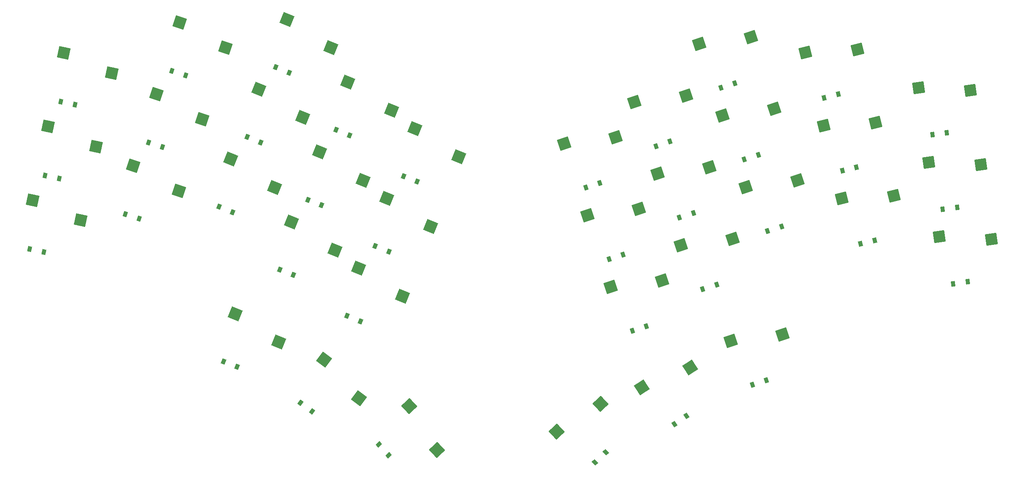
<source format=gbr>
%TF.GenerationSoftware,KiCad,Pcbnew,9.0.0*%
%TF.CreationDate,2025-06-15T19:28:49-07:00*%
%TF.ProjectId,flexible-determinist,666c6578-6962-46c6-952d-64657465726d,v1.0.0*%
%TF.SameCoordinates,Original*%
%TF.FileFunction,Paste,Bot*%
%TF.FilePolarity,Positive*%
%FSLAX46Y46*%
G04 Gerber Fmt 4.6, Leading zero omitted, Abs format (unit mm)*
G04 Created by KiCad (PCBNEW 9.0.0) date 2025-06-15 19:28:49*
%MOMM*%
%LPD*%
G01*
G04 APERTURE LIST*
G04 Aperture macros list*
%AMRotRect*
0 Rectangle, with rotation*
0 The origin of the aperture is its center*
0 $1 length*
0 $2 width*
0 $3 Rotation angle, in degrees counterclockwise*
0 Add horizontal line*
21,1,$1,$2,0,0,$3*%
G04 Aperture macros list end*
%ADD10RotRect,2.600000X2.600000X18.000000*%
%ADD11RotRect,2.600000X2.600000X43.000000*%
%ADD12RotRect,0.900000X1.200000X338.000000*%
%ADD13RotRect,2.600000X2.600000X338.000000*%
%ADD14RotRect,0.900000X1.200000X18.000000*%
%ADD15RotRect,0.900000X1.200000X14.000000*%
%ADD16RotRect,2.600000X2.600000X8.000000*%
%ADD17RotRect,0.900000X1.200000X342.000000*%
%ADD18RotRect,2.600000X2.600000X323.000000*%
%ADD19RotRect,0.900000X1.200000X33.000000*%
%ADD20RotRect,0.900000X1.200000X313.000000*%
%ADD21RotRect,0.900000X1.200000X348.000000*%
%ADD22RotRect,2.600000X2.600000X348.000000*%
%ADD23RotRect,0.900000X1.200000X8.000000*%
%ADD24RotRect,2.600000X2.600000X14.000000*%
%ADD25RotRect,2.600000X2.600000X313.000000*%
%ADD26RotRect,2.600000X2.600000X342.000000*%
%ADD27RotRect,0.900000X1.200000X323.000000*%
%ADD28RotRect,2.600000X2.600000X33.000000*%
%ADD29RotRect,0.900000X1.200000X43.000000*%
G04 APERTURE END LIST*
D10*
%TO.C,S25*%
X219100675Y-115682801D03*
X230765215Y-114205978D03*
%TD*%
D11*
%TO.C,S36*%
X176398981Y-170932525D03*
X186346510Y-164664428D03*
%TD*%
D10*
%TO.C,S27*%
X208594103Y-83346876D03*
X220258643Y-81870053D03*
%TD*%
D12*
%TO.C,D9*%
X112954434Y-88617498D03*
X116014144Y-89853698D03*
%TD*%
D10*
%TO.C,S29*%
X199200510Y-112685590D03*
X210865050Y-111208767D03*
%TD*%
D13*
%TO.C,S8*%
X109181394Y-93618226D03*
X119066232Y-99984736D03*
%TD*%
D14*
%TO.C,D25*%
X224029888Y-125594715D03*
X227168372Y-124574965D03*
%TD*%
D15*
%TO.C,D24*%
X236778609Y-95514073D03*
X239980579Y-94715737D03*
%TD*%
D14*
%TO.C,D26*%
X218776598Y-109426749D03*
X221915082Y-108406999D03*
%TD*%
D13*
%TO.C,S16*%
X103806240Y-144294716D03*
X113691078Y-150661226D03*
%TD*%
D16*
%TO.C,S21*%
X258067677Y-93247822D03*
X269811454Y-93818962D03*
%TD*%
D14*
%TO.C,D34*%
X220603638Y-160354758D03*
X223742122Y-159335008D03*
%TD*%
D17*
%TO.C,D6*%
X89519677Y-89461524D03*
X92658165Y-90481280D03*
%TD*%
D12*
%TO.C,D16*%
X101210973Y-155056122D03*
X104270683Y-156292322D03*
%TD*%
D10*
%TO.C,S30*%
X193947216Y-96517634D03*
X205611756Y-95040811D03*
%TD*%
D18*
%TO.C,S17*%
X123902403Y-154620859D03*
X131802647Y-163328823D03*
%TD*%
D13*
%TO.C,S7*%
X102813071Y-109380348D03*
X112697909Y-115746858D03*
%TD*%
D19*
%TO.C,D35*%
X202969683Y-169183729D03*
X205737297Y-167386421D03*
%TD*%
D20*
%TO.C,D18*%
X136262627Y-173793848D03*
X138513221Y-176207314D03*
%TD*%
D21*
%TO.C,D2*%
X60950541Y-113050758D03*
X64178431Y-113736866D03*
%TD*%
D14*
%TO.C,D29*%
X204129709Y-122597509D03*
X207268193Y-121577759D03*
%TD*%
%TO.C,D31*%
X193500058Y-148132014D03*
X196638542Y-147112264D03*
%TD*%
D10*
%TO.C,S31*%
X188570849Y-138220092D03*
X200235389Y-136743269D03*
%TD*%
%TO.C,S34*%
X215674429Y-150442849D03*
X227338969Y-148966026D03*
%TD*%
D22*
%TO.C,S2*%
X61637680Y-102002185D03*
X72477880Y-106555492D03*
%TD*%
D10*
%TO.C,S28*%
X204453800Y-128853555D03*
X216118340Y-127376732D03*
%TD*%
D14*
%TO.C,D27*%
X213523313Y-93258794D03*
X216661797Y-92239044D03*
%TD*%
D13*
%TO.C,S11*%
X122873854Y-107778618D03*
X132758692Y-114145128D03*
%TD*%
D23*
%TO.C,D21*%
X261200801Y-103865105D03*
X264468689Y-103405835D03*
%TD*%
D12*
%TO.C,D12*%
X126646890Y-102777890D03*
X129706600Y-104014090D03*
%TD*%
D23*
%TO.C,D19*%
X265932689Y-137534213D03*
X269200577Y-137074943D03*
%TD*%
D17*
%TO.C,D4*%
X79013102Y-121797440D03*
X82151590Y-122817196D03*
%TD*%
D24*
%TO.C,S24*%
X232552840Y-85282460D03*
X244291982Y-84622914D03*
%TD*%
D22*
%TO.C,S1*%
X58103181Y-118630690D03*
X68943381Y-123183997D03*
%TD*%
D10*
%TO.C,S33*%
X178064273Y-105884167D03*
X189728813Y-104407344D03*
%TD*%
D22*
%TO.C,S3*%
X65172177Y-85373671D03*
X76012377Y-89926978D03*
%TD*%
D12*
%TO.C,D11*%
X120278580Y-118540018D03*
X123338290Y-119776218D03*
%TD*%
D14*
%TO.C,D33*%
X182993487Y-115796086D03*
X186131971Y-114776336D03*
%TD*%
%TO.C,D30*%
X198876426Y-106429548D03*
X202014910Y-105409798D03*
%TD*%
D23*
%TO.C,D20*%
X263566750Y-120699653D03*
X266834638Y-120240383D03*
%TD*%
D10*
%TO.C,S32*%
X183317563Y-122052137D03*
X194982103Y-120575314D03*
%TD*%
D13*
%TO.C,S15*%
X144433043Y-102468150D03*
X154317881Y-108834660D03*
%TD*%
D12*
%TO.C,D15*%
X141837776Y-113229537D03*
X144897486Y-114465737D03*
%TD*%
%TO.C,D14*%
X135469463Y-128991666D03*
X138529173Y-130227866D03*
%TD*%
D17*
%TO.C,D5*%
X84266385Y-105629486D03*
X87404873Y-106649242D03*
%TD*%
D13*
%TO.C,S10*%
X116505536Y-123540736D03*
X126390374Y-129907246D03*
%TD*%
%TO.C,S9*%
X115549701Y-77856096D03*
X125434539Y-84222606D03*
%TD*%
D25*
%TO.C,S18*%
X143162698Y-165137518D03*
X149430795Y-175085047D03*
%TD*%
D16*
%TO.C,S19*%
X262799559Y-126916936D03*
X274543336Y-127488076D03*
%TD*%
D26*
%TO.C,S5*%
X86104661Y-94713257D03*
X96409527Y-100374731D03*
%TD*%
D12*
%TO.C,D8*%
X106586117Y-104379618D03*
X109645827Y-105615818D03*
%TD*%
D13*
%TO.C,S12*%
X129242158Y-92016480D03*
X139126996Y-98382990D03*
%TD*%
D15*
%TO.C,D22*%
X245003951Y-128504130D03*
X248205921Y-127705794D03*
%TD*%
D13*
%TO.C,S13*%
X131696416Y-133992387D03*
X141581254Y-140358897D03*
%TD*%
D21*
%TO.C,D3*%
X64485028Y-96422246D03*
X67712918Y-97108354D03*
%TD*%
D27*
%TO.C,D17*%
X118610297Y-164343874D03*
X121245795Y-166329864D03*
%TD*%
D14*
%TO.C,D28*%
X209382997Y-138765469D03*
X212521481Y-137745719D03*
%TD*%
D13*
%TO.C,S14*%
X138064729Y-118230271D03*
X147949567Y-124596781D03*
%TD*%
D12*
%TO.C,D10*%
X113910267Y-134302143D03*
X116969977Y-135538343D03*
%TD*%
D14*
%TO.C,D32*%
X188246759Y-131964045D03*
X191385243Y-130944295D03*
%TD*%
D12*
%TO.C,D13*%
X129101147Y-144753795D03*
X132160857Y-145989995D03*
%TD*%
D15*
%TO.C,D23*%
X240891288Y-112009100D03*
X244093258Y-111210764D03*
%TD*%
D28*
%TO.C,S35*%
X195643038Y-160885322D03*
X206527890Y-156439816D03*
%TD*%
D24*
%TO.C,S23*%
X236665508Y-101777487D03*
X248404650Y-101117941D03*
%TD*%
D12*
%TO.C,D7*%
X100217815Y-120141749D03*
X103277525Y-121377949D03*
%TD*%
D10*
%TO.C,S26*%
X213847392Y-99514840D03*
X225511932Y-98038017D03*
%TD*%
D21*
%TO.C,D1*%
X57416029Y-129679263D03*
X60643919Y-130365371D03*
%TD*%
D26*
%TO.C,S4*%
X80851370Y-110881224D03*
X91156236Y-116542698D03*
%TD*%
D16*
%TO.C,S20*%
X260433617Y-110082380D03*
X272177394Y-110653520D03*
%TD*%
D26*
%TO.C,S6*%
X91357953Y-78545300D03*
X101662819Y-84206774D03*
%TD*%
D29*
%TO.C,D36*%
X185055319Y-177832594D03*
X187468785Y-175582000D03*
%TD*%
D24*
%TO.C,S22*%
X240778179Y-118272515D03*
X252517321Y-117612969D03*
%TD*%
M02*

</source>
